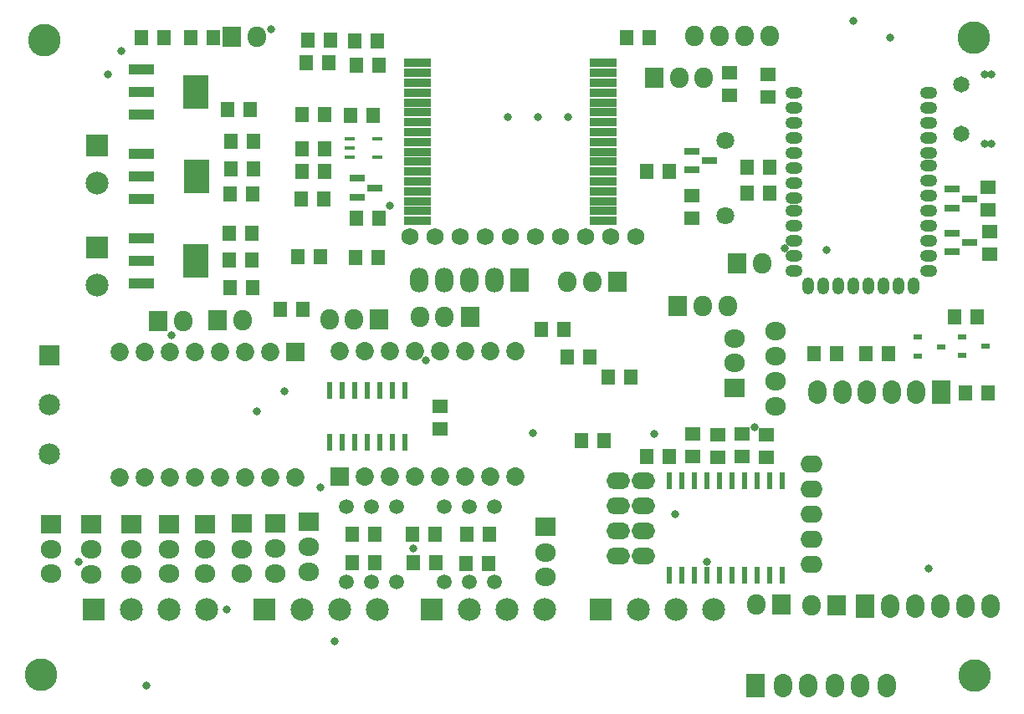
<source format=gbs>
G04*
G04 #@! TF.GenerationSoftware,Altium Limited,Altium Designer,18.1.6 (161)*
G04*
G04 Layer_Color=16711935*
%FSTAX24Y24*%
%MOIN*%
G70*
G01*
G75*
%ADD46R,0.0580X0.0630*%
%ADD49R,0.0630X0.0580*%
%ADD50O,0.0880X0.0680*%
%ADD56O,0.0480X0.0680*%
%ADD57O,0.0680X0.0480*%
%ADD59R,0.1040X0.1320*%
%ADD60R,0.1040X0.0410*%
%ADD61C,0.0907*%
%ADD62R,0.0907X0.0907*%
%ADD63C,0.0650*%
%ADD64C,0.0320*%
%ADD65R,0.0907X0.0907*%
%ADD66O,0.0830X0.0730*%
%ADD67R,0.0830X0.0730*%
%ADD68O,0.0730X0.0830*%
%ADD69R,0.0730X0.0830*%
%ADD70C,0.1300*%
%ADD71C,0.0730*%
%ADD72R,0.0730X0.0730*%
%ADD73C,0.0680*%
%ADD74O,0.0940X0.0680*%
%ADD75C,0.0592*%
%ADD76C,0.0709*%
%ADD77O,0.0730X0.0980*%
%ADD78R,0.0730X0.0980*%
%ADD79O,0.0730X0.0930*%
%ADD80R,0.0730X0.0930*%
%ADD81O,0.0730X0.0930*%
%ADD82R,0.0730X0.0930*%
%ADD83C,0.0848*%
%ADD84R,0.0848X0.0848*%
%ADD85C,0.0316*%
%ADD118R,0.0340X0.0220*%
%ADD119R,0.0445X0.0170*%
%ADD121R,0.0210X0.0710*%
%ADD122R,0.0210X0.0670*%
%ADD124R,0.0600X0.0300*%
%ADD125R,0.1080X0.0336*%
D46*
X01382Y03435D02*
D03*
X01292D02*
D03*
X01733Y02657D02*
D03*
X01643D02*
D03*
X01934Y02353D02*
D03*
X01844D02*
D03*
X01642Y02549D02*
D03*
X01732D02*
D03*
X04666Y0202D02*
D03*
X04576D02*
D03*
X03241Y02083D02*
D03*
X03151D02*
D03*
X03305Y02903D02*
D03*
X03395D02*
D03*
X02142Y03424D02*
D03*
X02232D02*
D03*
X01955Y03426D02*
D03*
X02045D02*
D03*
X02039Y03335D02*
D03*
X01949D02*
D03*
X0299Y02162D02*
D03*
X0308D02*
D03*
X03305Y01767D02*
D03*
X03395D02*
D03*
X01645Y0244D02*
D03*
X01735D02*
D03*
X02023Y02903D02*
D03*
X01933D02*
D03*
X02236Y02561D02*
D03*
X02146D02*
D03*
X01647Y02814D02*
D03*
X01737D02*
D03*
X01724Y03149D02*
D03*
X01634D02*
D03*
X01488Y03436D02*
D03*
X01578D02*
D03*
X01932Y02992D02*
D03*
X02022D02*
D03*
X02149Y02716D02*
D03*
X02239D02*
D03*
X02004Y02564D02*
D03*
X01914D02*
D03*
X01932Y03131D02*
D03*
X02022D02*
D03*
X02884Y02273D02*
D03*
X02974D02*
D03*
X0193Y02794D02*
D03*
X0202D02*
D03*
X03047Y0183D02*
D03*
X03137D02*
D03*
X02126Y03127D02*
D03*
X02216D02*
D03*
X03316Y03435D02*
D03*
X03226D02*
D03*
X04531Y02323D02*
D03*
X04621D02*
D03*
X03796Y02817D02*
D03*
X03706D02*
D03*
X03796Y02921D02*
D03*
X03706D02*
D03*
X01739Y03023D02*
D03*
X01649D02*
D03*
X02238Y03327D02*
D03*
X02148D02*
D03*
X01738Y02913D02*
D03*
X01648D02*
D03*
X02222Y01342D02*
D03*
X02132D02*
D03*
X026782Y014567D02*
D03*
X025882D02*
D03*
X02675Y0134D02*
D03*
X02585D02*
D03*
X02465Y01344D02*
D03*
X02375D02*
D03*
X02463Y01457D02*
D03*
X02373D02*
D03*
X02221Y01458D02*
D03*
X02131D02*
D03*
X04061Y02178D02*
D03*
X03971D02*
D03*
X04179Y02177D02*
D03*
X04269D02*
D03*
D49*
X03634Y03205D02*
D03*
Y03295D02*
D03*
X03588Y01854D02*
D03*
Y01764D02*
D03*
X03684Y01856D02*
D03*
Y01766D02*
D03*
X03783Y01854D02*
D03*
Y01764D02*
D03*
X04667Y02841D02*
D03*
Y02751D02*
D03*
X04671Y02662D02*
D03*
Y02572D02*
D03*
X02481Y01877D02*
D03*
Y01967D02*
D03*
X03484Y02807D02*
D03*
Y02717D02*
D03*
X03489Y01766D02*
D03*
Y01856D02*
D03*
X0379Y03201D02*
D03*
Y03291D02*
D03*
D50*
X03962Y01735D02*
D03*
Y01635D02*
D03*
Y01535D02*
D03*
Y01435D02*
D03*
Y01335D02*
D03*
D56*
X04368Y024449D02*
D03*
X04308D02*
D03*
X04248D02*
D03*
X04188D02*
D03*
X04128D02*
D03*
X04068D02*
D03*
X04008D02*
D03*
X03948D02*
D03*
D57*
X04428Y025049D02*
D03*
Y025649D02*
D03*
Y026249D02*
D03*
Y026849D02*
D03*
Y027449D02*
D03*
Y028049D02*
D03*
Y028649D02*
D03*
Y029249D02*
D03*
Y029749D02*
D03*
Y030349D02*
D03*
Y030949D02*
D03*
Y031549D02*
D03*
Y032149D02*
D03*
X03893Y025049D02*
D03*
Y025649D02*
D03*
Y026249D02*
D03*
Y026849D02*
D03*
Y027449D02*
D03*
Y027949D02*
D03*
Y028549D02*
D03*
Y029149D02*
D03*
Y029749D02*
D03*
Y030349D02*
D03*
Y030949D02*
D03*
Y031549D02*
D03*
Y032149D02*
D03*
D59*
X015075Y02545D02*
D03*
X015105Y02883D02*
D03*
X015095Y03219D02*
D03*
D60*
X012905Y024548D02*
D03*
Y02545D02*
D03*
Y026352D02*
D03*
X012935Y027928D02*
D03*
Y02883D02*
D03*
Y029732D02*
D03*
X012925Y031288D02*
D03*
Y03219D02*
D03*
Y033092D02*
D03*
D61*
X01114Y02449D02*
D03*
X032722Y011575D02*
D03*
X034222D02*
D03*
X035722D02*
D03*
X015505Y01158D02*
D03*
X014005D02*
D03*
X012505D02*
D03*
X022337Y011575D02*
D03*
X020837D02*
D03*
X019337D02*
D03*
X028992D02*
D03*
X027492D02*
D03*
X025992D02*
D03*
X011169Y02856D02*
D03*
D62*
X01114Y02599D02*
D03*
X011169Y03006D02*
D03*
D63*
X045577Y032502D02*
D03*
Y030533D02*
D03*
D64*
X046775Y032896D02*
D03*
X046505D02*
D03*
X046775Y03014D02*
D03*
X046505D02*
D03*
D65*
X031222Y011575D02*
D03*
X011005Y01158D02*
D03*
X017837Y011575D02*
D03*
X024492D02*
D03*
D66*
X02903Y01286D02*
D03*
Y01384D02*
D03*
X0382Y01966D02*
D03*
Y02067D02*
D03*
Y02165D02*
D03*
Y02266D02*
D03*
X01692Y01398D02*
D03*
Y013D02*
D03*
X01547Y01397D02*
D03*
Y01299D02*
D03*
X0196Y01406D02*
D03*
Y01308D02*
D03*
X01827Y01399D02*
D03*
Y01301D02*
D03*
X01093Y01396D02*
D03*
Y01298D02*
D03*
X00932Y01397D02*
D03*
Y01299D02*
D03*
X01402Y01397D02*
D03*
Y01299D02*
D03*
X01252Y01396D02*
D03*
Y01298D02*
D03*
X03656Y0214D02*
D03*
Y02238D02*
D03*
D67*
X02903Y01485D02*
D03*
X01692Y01499D02*
D03*
X01547Y01498D02*
D03*
X0196Y01507D02*
D03*
X01827Y015D02*
D03*
X01093Y01497D02*
D03*
X00932Y01498D02*
D03*
X01402D02*
D03*
X01252Y01497D02*
D03*
X03656Y02039D02*
D03*
D68*
X01695Y0231D02*
D03*
X01752Y03441D02*
D03*
X03795Y03442D02*
D03*
X03694D02*
D03*
X03596D02*
D03*
X03495D02*
D03*
X03767Y02537D02*
D03*
X03741Y01175D02*
D03*
X03962Y01172D02*
D03*
X03435Y03275D02*
D03*
X03533D02*
D03*
X0353Y02368D02*
D03*
X03628D02*
D03*
X01459Y02308D02*
D03*
X02139Y02312D02*
D03*
X02041D02*
D03*
X025Y02322D02*
D03*
X02402D02*
D03*
X0299Y02462D02*
D03*
X03088D02*
D03*
D69*
X01594Y0231D02*
D03*
X01651Y03441D02*
D03*
X03666Y02537D02*
D03*
X03842Y01175D02*
D03*
X04063Y01172D02*
D03*
X03334Y03275D02*
D03*
X03429Y02368D02*
D03*
X01358Y02308D02*
D03*
X0224Y02312D02*
D03*
X02601Y02322D02*
D03*
X03189Y02462D02*
D03*
D70*
X00906Y03427D02*
D03*
X0461Y03436D02*
D03*
X04612Y00894D02*
D03*
X00891Y00897D02*
D03*
D71*
X02783Y02188D02*
D03*
X02683D02*
D03*
X02583D02*
D03*
X02483D02*
D03*
X02083D02*
D03*
X02183D02*
D03*
X02283D02*
D03*
X02183Y01688D02*
D03*
X02283D02*
D03*
X02783D02*
D03*
X02683D02*
D03*
X02583D02*
D03*
X02483D02*
D03*
X02383Y02188D02*
D03*
Y01688D02*
D03*
X01207Y01683D02*
D03*
X01307D02*
D03*
X01407D02*
D03*
X01507D02*
D03*
X01907D02*
D03*
X01807D02*
D03*
X01707D02*
D03*
X01807Y02183D02*
D03*
X01707D02*
D03*
X01207D02*
D03*
X01307D02*
D03*
X01407D02*
D03*
X01507D02*
D03*
X01607Y01683D02*
D03*
Y02183D02*
D03*
D72*
X02083Y01688D02*
D03*
X01907Y02183D02*
D03*
D73*
X02362Y02642D02*
D03*
X02462D02*
D03*
X02562D02*
D03*
X02662D02*
D03*
X02762D02*
D03*
X02862D02*
D03*
X02962D02*
D03*
X03062D02*
D03*
X03162D02*
D03*
X03262D02*
D03*
D74*
X03193Y0147D02*
D03*
Y0137D02*
D03*
X03293Y0167D02*
D03*
Y0157D02*
D03*
Y0147D02*
D03*
Y0137D02*
D03*
X03193Y0157D02*
D03*
Y0167D02*
D03*
D75*
X024995Y012675D02*
D03*
X025995D02*
D03*
X026995D02*
D03*
Y015675D02*
D03*
X025995D02*
D03*
X024995D02*
D03*
X021095Y012673D02*
D03*
X022095D02*
D03*
X023095D02*
D03*
Y015673D02*
D03*
X022095D02*
D03*
X021095D02*
D03*
D76*
X03619Y030262D02*
D03*
Y02727D02*
D03*
D77*
X02398Y02469D02*
D03*
X02698D02*
D03*
X02598D02*
D03*
X02498D02*
D03*
D78*
X02798D02*
D03*
D79*
X04577Y01169D02*
D03*
X04277D02*
D03*
X04377D02*
D03*
X04477D02*
D03*
X04677D02*
D03*
D80*
X04177D02*
D03*
D81*
X039857Y02022D02*
D03*
X040841D02*
D03*
X041826D02*
D03*
X04281D02*
D03*
X043794D02*
D03*
X03849Y00854D02*
D03*
X03949D02*
D03*
X04054D02*
D03*
X04156D02*
D03*
X04262D02*
D03*
D82*
X044778Y02022D02*
D03*
X03739Y00854D02*
D03*
D83*
X00927Y019728D02*
D03*
Y01776D02*
D03*
D84*
Y021697D02*
D03*
D85*
X02424Y0215D02*
D03*
X033355Y018575D02*
D03*
X042755Y034378D02*
D03*
X03419Y01538D02*
D03*
X037345Y018845D02*
D03*
X016315Y01158D02*
D03*
X01043Y01347D02*
D03*
X02282Y027665D02*
D03*
X018087Y0347D02*
D03*
X038547Y025963D02*
D03*
X028735Y0312D02*
D03*
X02993D02*
D03*
X027525Y03121D02*
D03*
X01861Y020265D02*
D03*
X020038Y01642D02*
D03*
X035455Y01347D02*
D03*
X01312Y008525D02*
D03*
X02853Y0186D02*
D03*
X017535Y01946D02*
D03*
X02375Y014013D02*
D03*
X02062Y010285D02*
D03*
X044295Y013195D02*
D03*
X04021Y0259D02*
D03*
X012125Y03383D02*
D03*
X01159Y032905D02*
D03*
X014115Y022513D02*
D03*
X04128Y03503D02*
D03*
D118*
X04385Y021665D02*
D03*
Y022415D02*
D03*
X04479Y02204D02*
D03*
X04562Y021695D02*
D03*
Y022445D02*
D03*
X04656Y02207D02*
D03*
D119*
X021212Y029596D02*
D03*
Y02997D02*
D03*
Y030344D02*
D03*
X022308D02*
D03*
Y029596D02*
D03*
D121*
X03395Y01294D02*
D03*
X03445D02*
D03*
X03495D02*
D03*
X03545D02*
D03*
X03595D02*
D03*
X03645D02*
D03*
X03695D02*
D03*
X03745D02*
D03*
X03795D02*
D03*
X03845D02*
D03*
Y0167D02*
D03*
X03795D02*
D03*
X03745D02*
D03*
X03695D02*
D03*
X03645D02*
D03*
X03595D02*
D03*
X03545D02*
D03*
X03495D02*
D03*
X03445D02*
D03*
X03395D02*
D03*
D122*
X02041Y020295D02*
D03*
X02091D02*
D03*
X02141D02*
D03*
X02191D02*
D03*
X02241D02*
D03*
X02291D02*
D03*
X02341D02*
D03*
Y018245D02*
D03*
X02291D02*
D03*
X02241D02*
D03*
X02191D02*
D03*
X02141D02*
D03*
X02091D02*
D03*
X02041D02*
D03*
D124*
X045228Y025815D02*
D03*
Y026565D02*
D03*
X045934Y02619D02*
D03*
X045218Y027565D02*
D03*
Y028315D02*
D03*
X045924Y02794D02*
D03*
X034858Y029085D02*
D03*
Y029835D02*
D03*
X035564Y02946D02*
D03*
X02151Y028D02*
D03*
Y02875D02*
D03*
X022216Y028375D02*
D03*
D125*
X031337Y033354D02*
D03*
Y032961D02*
D03*
Y032567D02*
D03*
Y032173D02*
D03*
Y03178D02*
D03*
Y031386D02*
D03*
Y030992D02*
D03*
Y030598D02*
D03*
Y030205D02*
D03*
Y029811D02*
D03*
Y029417D02*
D03*
Y029024D02*
D03*
Y02863D02*
D03*
Y028236D02*
D03*
Y027843D02*
D03*
Y027449D02*
D03*
Y027055D02*
D03*
X02392D02*
D03*
Y027449D02*
D03*
Y027843D02*
D03*
Y028236D02*
D03*
Y02863D02*
D03*
Y029024D02*
D03*
Y029417D02*
D03*
Y029811D02*
D03*
Y030205D02*
D03*
Y030598D02*
D03*
Y030992D02*
D03*
Y031386D02*
D03*
Y03178D02*
D03*
Y032173D02*
D03*
Y032567D02*
D03*
Y032961D02*
D03*
Y033354D02*
D03*
M02*

</source>
